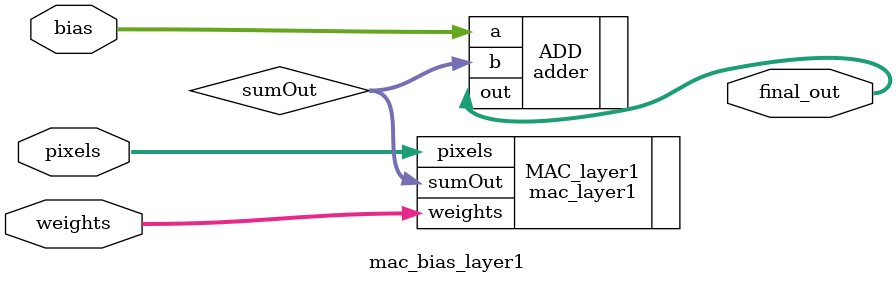
<source format=v>
`timescale 1ns / 1ps

  
module mac_bias_layer1(input wire [7:0] bias, input wire [(S-1):0] pixels, input wire [(S*width)-1:0] weights, output [7:0] final_out );
    parameter width= 8;
     parameter adder_layers=3;
        parameter S= 25;
    wire signed [7:0] sumOut;
    mac_layer1 MAC_layer1 (.sumOut(sumOut), .pixels(pixels), .weights(weights));
    adder #(.OUT_WIDTH(8), .INP_WIDTH(8)) ADD(.out(final_out), .a(bias), .b(sumOut));

endmodule
</source>
